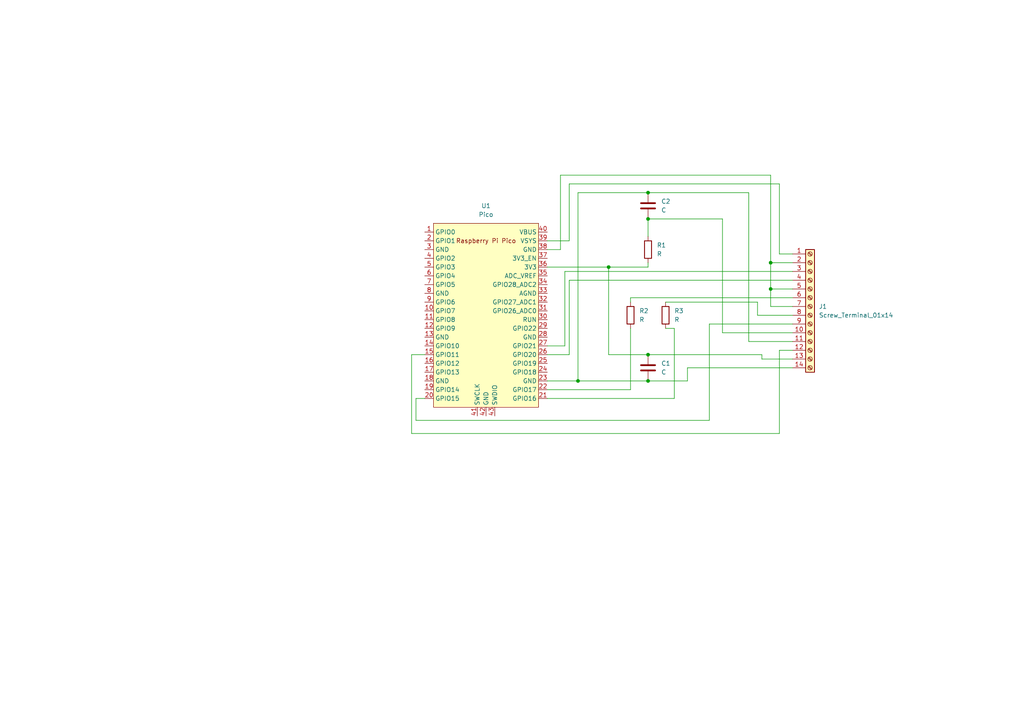
<source format=kicad_sch>
(kicad_sch (version 20230121) (generator eeschema)
  (paper "A4")
  (lib_symbols
    (symbol "Connector:Screw_Terminal_01x14" (pin_names (offset 1.016) hide)
      (property "Reference" "J" (at 0 17.78 0))
      (property "Value" "Screw_Terminal_01x14" (at 0 -20.32 0))
      (symbol "Screw_Terminal_01x14_1_1"
        (rectangle (start -1.27 16.51) (end 1.27 -19.05) (stroke (width 0.254)) (fill (type background)))
        (circle (center 0 -17.78) (radius 0.635) (stroke (width 0.1524)))
        (circle (center 0 -15.24) (radius 0.635) (stroke (width 0.1524)))
        (circle (center 0 -12.7) (radius 0.635) (stroke (width 0.1524)))
        (circle (center 0 -10.16) (radius 0.635) (stroke (width 0.1524)))
        (circle (center 0 -7.62) (radius 0.635) (stroke (width 0.1524)))
        (circle (center 0 -5.08) (radius 0.635) (stroke (width 0.1524)))
        (circle (center 0 -2.54) (radius 0.635) (stroke (width 0.1524)))
        (polyline (pts (xy -0.5334 -17.4498) (xy 0.3302 -18.288)) (stroke (width 0.1524)))
        (polyline (pts (xy -0.5334 -14.9098) (xy 0.3302 -15.748)) (stroke (width 0.1524)))
        (polyline (pts (xy -0.5334 -12.3698) (xy 0.3302 -13.208)) (stroke (width 0.1524)))
        (polyline (pts (xy -0.5334 -9.8298) (xy 0.3302 -10.668)) (stroke (width 0.1524)))
        (polyline (pts (xy -0.5334 -7.2898) (xy 0.3302 -8.128)) (stroke (width 0.1524)))
        (polyline (pts (xy -0.5334 -4.7498) (xy 0.3302 -5.588)) (stroke (width 0.1524)))
        (polyline (pts (xy -0.5334 -2.2098) (xy 0.3302 -3.048)) (stroke (width 0.1524)))
        (polyline (pts (xy -0.5334 0.3302) (xy 0.3302 -0.508)) (stroke (width 0.1524)))
        (polyline (pts (xy -0.5334 2.8702) (xy 0.3302 2.032)) (stroke (width 0.1524)))
        (polyline (pts (xy -0.5334 5.4102) (xy 0.3302 4.572)) (stroke (width 0.1524)))
        (polyline (pts (xy -0.5334 7.9502) (xy 0.3302 7.112)) (stroke (width 0.1524)))
        (polyline (pts (xy -0.5334 10.4902) (xy 0.3302 9.652)) (stroke (width 0.1524)))
        (polyline (pts (xy -0.5334 13.0302) (xy 0.3302 12.192)) (stroke (width 0.1524)))
        (polyline (pts (xy -0.5334 15.5702) (xy 0.3302 14.732)) (stroke (width 0.1524)))
        (polyline (pts (xy -0.3556 -17.272) (xy 0.508 -18.1102)) (stroke (width 0.1524)))
        (polyline (pts (xy -0.3556 -14.732) (xy 0.508 -15.5702)) (stroke (width 0.1524)))
        (polyline (pts (xy -0.3556 -12.192) (xy 0.508 -13.0302)) (stroke (width 0.1524)))
        (polyline (pts (xy -0.3556 -9.652) (xy 0.508 -10.4902)) (stroke (width 0.1524)))
        (polyline (pts (xy -0.3556 -7.112) (xy 0.508 -7.9502)) (stroke (width 0.1524)))
        (polyline (pts (xy -0.3556 -4.572) (xy 0.508 -5.4102)) (stroke (width 0.1524)))
        (polyline (pts (xy -0.3556 -2.032) (xy 0.508 -2.8702)) (stroke (width 0.1524)))
        (polyline (pts (xy -0.3556 0.508) (xy 0.508 -0.3302)) (stroke (width 0.1524)))
        (polyline (pts (xy -0.3556 3.048) (xy 0.508 2.2098)) (stroke (width 0.1524)))
        (polyline (pts (xy -0.3556 5.588) (xy 0.508 4.7498)) (stroke (width 0.1524)))
        (polyline (pts (xy -0.3556 8.128) (xy 0.508 7.2898)) (stroke (width 0.1524)))
        (polyline (pts (xy -0.3556 10.668) (xy 0.508 9.8298)) (stroke (width 0.1524)))
        (polyline (pts (xy -0.3556 13.208) (xy 0.508 12.3698)) (stroke (width 0.1524)))
        (polyline (pts (xy -0.3556 15.748) (xy 0.508 14.9098)) (stroke (width 0.1524)))
        (circle (center 0 0) (radius 0.635) (stroke (width 0.1524)))
        (circle (center 0 2.54) (radius 0.635) (stroke (width 0.1524)))
        (circle (center 0 5.08) (radius 0.635) (stroke (width 0.1524)))
        (circle (center 0 7.62) (radius 0.635) (stroke (width 0.1524)))
        (circle (center 0 10.16) (radius 0.635) (stroke (width 0.1524)))
        (circle (center 0 12.7) (radius 0.635) (stroke (width 0.1524)))
        (circle (center 0 15.24) (radius 0.635) (stroke (width 0.1524)))
        (pin passive line (at -5.08 15.24 0) (length 3.81) (name "Pin_1") (number "1"))
        (pin passive line (at -5.08 -7.62 0) (length 3.81) (name "Pin_10") (number "10"))
        (pin passive line (at -5.08 -10.16 0) (length 3.81) (name "Pin_11") (number "11"))
        (pin passive line (at -5.08 -12.7 0) (length 3.81) (name "Pin_12") (number "12"))
        (pin passive line (at -5.08 -15.24 0) (length 3.81) (name "Pin_13") (number "13"))
        (pin passive line (at -5.08 -17.78 0) (length 3.81) (name "Pin_14") (number "14"))
        (pin passive line (at -5.08 12.7 0) (length 3.81) (name "Pin_2") (number "2"))
        (pin passive line (at -5.08 10.16 0) (length 3.81) (name "Pin_3") (number "3"))
        (pin passive line (at -5.08 7.62 0) (length 3.81) (name "Pin_4") (number "4"))
        (pin passive line (at -5.08 5.08 0) (length 3.81) (name "Pin_5") (number "5"))
        (pin passive line (at -5.08 2.54 0) (length 3.81) (name "Pin_6") (number "6"))
        (pin passive line (at -5.08 0 0) (length 3.81) (name "Pin_7") (number "7"))
        (pin passive line (at -5.08 -2.54 0) (length 3.81) (name "Pin_8") (number "8"))
        (pin passive line (at -5.08 -5.08 0) (length 3.81) (name "Pin_9") (number "9"))
      )
    )
    (symbol "Device:C" (pin_numbers hide) (pin_names (offset 0.254))
      (property "Reference" "C" (at 0.635 2.54 0))
      (property "Value" "C" (at 0.635 -2.54 0))
      (symbol "C_0_1"
        (polyline (pts (xy -2.032 -0.762) (xy 2.032 -0.762)) (stroke (width 0.508)))
        (polyline (pts (xy -2.032 0.762) (xy 2.032 0.762)) (stroke (width 0.508)))
      )
      (symbol "C_1_1"
        (pin passive line (at 0 3.81 270) (length 2.794) (name "~") (number "1"))
        (pin passive line (at 0 -3.81 90) (length 2.794) (name "~") (number "2"))
      )
    )
    (symbol "Device:R" (pin_numbers hide) (pin_names (offset 0))
      (property "Reference" "R" (at 2.032 0 90))
      (property "Value" "R" (at 0 0 90))
      (symbol "R_0_1"
        (rectangle (start -1.016 -2.54) (end 1.016 2.54) (stroke (width 0.254)))
      )
      (symbol "R_1_1"
        (pin passive line (at 0 3.81 270) (length 1.27) (name "~") (number "1"))
        (pin passive line (at 0 -3.81 90) (length 1.27) (name "~") (number "2"))
      )
    )
    (symbol "MCU_RaspberryPi_and_Boards:Pico"
      (property "Reference" "U" (at -13.97 27.94 0))
      (property "Value" "Pico" (at 0 19.05 0))
      (symbol "Pico_0_0"
        (text "Raspberry Pi Pico" (at 0 21.59 0) (effects (font (size 1.27 1.27))))
      )
      (symbol "Pico_0_1"
        (rectangle (start -15.24 26.67) (end 15.24 -26.67) (fill (type background)))
      )
      (symbol "Pico_1_1"
        (pin bidirectional line (at -17.78 24.13 0) (length 2.54) (name "GPIO0") (number "1"))
        (pin bidirectional line (at -17.78 1.27 0) (length 2.54) (name "GPIO7") (number "10"))
        (pin bidirectional line (at -17.78 -1.27 0) (length 2.54) (name "GPIO8") (number "11"))
        (pin bidirectional line (at -17.78 -3.81 0) (length 2.54) (name "GPIO9") (number "12"))
        (pin power_in line (at -17.78 -6.35 0) (length 2.54) (name "GND") (number "13"))
        (pin bidirectional line (at -17.78 -8.89 0) (length 2.54) (name "GPIO10") (number "14"))
        (pin bidirectional line (at -17.78 -11.43 0) (length 2.54) (name "GPIO11") (number "15"))
        (pin bidirectional line (at -17.78 -13.97 0) (length 2.54) (name "GPIO12") (number "16"))
        (pin bidirectional line (at -17.78 -16.51 0) (length 2.54) (name "GPIO13") (number "17"))
        (pin power_in line (at -17.78 -19.05 0) (length 2.54) (name "GND") (number "18"))
        (pin bidirectional line (at -17.78 -21.59 0) (length 2.54) (name "GPIO14") (number "19"))
        (pin bidirectional line (at -17.78 21.59 0) (length 2.54) (name "GPIO1") (number "2"))
        (pin bidirectional line (at -17.78 -24.13 0) (length 2.54) (name "GPIO15") (number "20"))
        (pin bidirectional line (at 17.78 -24.13 180) (length 2.54) (name "GPIO16") (number "21"))
        (pin bidirectional line (at 17.78 -21.59 180) (length 2.54) (name "GPIO17") (number "22"))
        (pin power_in line (at 17.78 -19.05 180) (length 2.54) (name "GND") (number "23"))
        (pin bidirectional line (at 17.78 -16.51 180) (length 2.54) (name "GPIO18") (number "24"))
        (pin bidirectional line (at 17.78 -13.97 180) (length 2.54) (name "GPIO19") (number "25"))
        (pin bidirectional line (at 17.78 -11.43 180) (length 2.54) (name "GPIO20") (number "26"))
        (pin bidirectional line (at 17.78 -8.89 180) (length 2.54) (name "GPIO21") (number "27"))
        (pin power_in line (at 17.78 -6.35 180) (length 2.54) (name "GND") (number "28"))
        (pin bidirectional line (at 17.78 -3.81 180) (length 2.54) (name "GPIO22") (number "29"))
        (pin power_in line (at -17.78 19.05 0) (length 2.54) (name "GND") (number "3"))
        (pin input line (at 17.78 -1.27 180) (length 2.54) (name "RUN") (number "30"))
        (pin bidirectional line (at 17.78 1.27 180) (length 2.54) (name "GPIO26_ADC0") (number "31"))
        (pin bidirectional line (at 17.78 3.81 180) (length 2.54) (name "GPIO27_ADC1") (number "32"))
        (pin power_in line (at 17.78 6.35 180) (length 2.54) (name "AGND") (number "33"))
        (pin bidirectional line (at 17.78 8.89 180) (length 2.54) (name "GPIO28_ADC2") (number "34"))
        (pin power_in line (at 17.78 11.43 180) (length 2.54) (name "ADC_VREF") (number "35"))
        (pin power_in line (at 17.78 13.97 180) (length 2.54) (name "3V3") (number "36"))
        (pin input line (at 17.78 16.51 180) (length 2.54) (name "3V3_EN") (number "37"))
        (pin bidirectional line (at 17.78 19.05 180) (length 2.54) (name "GND") (number "38"))
        (pin power_in line (at 17.78 21.59 180) (length 2.54) (name "VSYS") (number "39"))
        (pin bidirectional line (at -17.78 16.51 0) (length 2.54) (name "GPIO2") (number "4"))
        (pin power_in line (at 17.78 24.13 180) (length 2.54) (name "VBUS") (number "40"))
        (pin input line (at -2.54 -29.21 90) (length 2.54) (name "SWCLK") (number "41"))
        (pin power_in line (at 0 -29.21 90) (length 2.54) (name "GND") (number "42"))
        (pin bidirectional line (at 2.54 -29.21 90) (length 2.54) (name "SWDIO") (number "43"))
        (pin bidirectional line (at -17.78 13.97 0) (length 2.54) (name "GPIO3") (number "5"))
        (pin bidirectional line (at -17.78 11.43 0) (length 2.54) (name "GPIO4") (number "6"))
        (pin bidirectional line (at -17.78 8.89 0) (length 2.54) (name "GPIO5") (number "7"))
        (pin power_in line (at -17.78 6.35 0) (length 2.54) (name "GND") (number "8"))
        (pin bidirectional line (at -17.78 3.81 0) (length 2.54) (name "GPIO6") (number "9"))
      )
    )
  )
  (junction (at 176.53 77.47))
  (junction (at 167.64 110.49))
  (junction (at 187.96 55.88))
  (junction (at 223.52 76.2))
  (junction (at 187.96 110.49))
  (junction (at 187.96 102.87))
  (junction (at 223.52 83.82))
  (junction (at 187.96 63.5))
  (wire (pts (xy 165.1 69.85) (xy 165.1 53.34)))
  (wire (pts (xy 220.98 102.87) (xy 187.96 102.87)))
  (wire (pts (xy 193.04 87.63) (xy 219.71 87.63)))
  (wire (pts (xy 220.98 104.14) (xy 220.98 102.87)))
  (wire (pts (xy 187.96 63.5) (xy 209.55 63.5)))
  (wire (pts (xy 158.75 69.85) (xy 165.1 69.85)))
  (wire (pts (xy 158.75 113.03) (xy 182.88 113.03)))
  (wire (pts (xy 223.52 88.9) (xy 229.87 88.9)))
  (wire (pts (xy 187.96 77.47) (xy 187.96 76.2)))
  (wire (pts (xy 182.88 87.63) (xy 182.88 86.36)))
  (wire (pts (xy 167.64 55.88) (xy 187.96 55.88)))
  (wire (pts (xy 223.52 76.2) (xy 229.87 76.2)))
  (wire (pts (xy 223.52 83.82) (xy 229.87 83.82)))
  (wire (pts (xy 162.56 50.8) (xy 223.52 50.8)))
  (wire (pts (xy 120.65 121.92) (xy 205.74 121.92)))
  (wire (pts (xy 199.39 110.49) (xy 187.96 110.49)))
  (wire (pts (xy 176.53 102.87) (xy 187.96 102.87)))
  (wire (pts (xy 226.06 53.34) (xy 226.06 73.66)))
  (wire (pts (xy 187.96 63.5) (xy 187.96 68.58)))
  (wire (pts (xy 158.75 77.47) (xy 176.53 77.47)))
  (wire (pts (xy 226.06 101.6) (xy 229.87 101.6)))
  (wire (pts (xy 195.58 95.25) (xy 193.04 95.25)))
  (wire (pts (xy 158.75 100.33) (xy 163.83 100.33)))
  (wire (pts (xy 205.74 93.98) (xy 229.87 93.98)))
  (wire (pts (xy 176.53 77.47) (xy 176.53 102.87)))
  (wire (pts (xy 176.53 77.47) (xy 187.96 77.47)))
  (wire (pts (xy 123.19 115.57) (xy 120.65 115.57)))
  (wire (pts (xy 158.75 115.57) (xy 195.58 115.57)))
  (wire (pts (xy 223.52 76.2) (xy 223.52 83.82)))
  (wire (pts (xy 229.87 106.68) (xy 199.39 106.68)))
  (wire (pts (xy 205.74 93.98) (xy 205.74 121.92)))
  (wire (pts (xy 226.06 73.66) (xy 229.87 73.66)))
  (wire (pts (xy 162.56 72.39) (xy 162.56 50.8)))
  (wire (pts (xy 229.87 104.14) (xy 220.98 104.14)))
  (wire (pts (xy 182.88 86.36) (xy 229.87 86.36)))
  (wire (pts (xy 158.75 102.87) (xy 165.1 102.87)))
  (wire (pts (xy 199.39 106.68) (xy 199.39 110.49)))
  (wire (pts (xy 219.71 91.44) (xy 229.87 91.44)))
  (wire (pts (xy 182.88 113.03) (xy 182.88 95.25)))
  (wire (pts (xy 209.55 96.52) (xy 229.87 96.52)))
  (wire (pts (xy 167.64 110.49) (xy 187.96 110.49)))
  (wire (pts (xy 165.1 81.28) (xy 229.87 81.28)))
  (wire (pts (xy 123.19 102.87) (xy 119.38 102.87)))
  (wire (pts (xy 119.38 125.73) (xy 226.06 125.73)))
  (wire (pts (xy 163.83 78.74) (xy 229.87 78.74)))
  (wire (pts (xy 187.96 55.88) (xy 217.17 55.88)))
  (wire (pts (xy 163.83 100.33) (xy 163.83 78.74)))
  (wire (pts (xy 223.52 50.8) (xy 223.52 76.2)))
  (wire (pts (xy 195.58 115.57) (xy 195.58 95.25)))
  (wire (pts (xy 209.55 63.5) (xy 209.55 96.52)))
  (wire (pts (xy 217.17 55.88) (xy 217.17 99.06)))
  (wire (pts (xy 219.71 87.63) (xy 219.71 91.44)))
  (wire (pts (xy 119.38 102.87) (xy 119.38 125.73)))
  (wire (pts (xy 120.65 115.57) (xy 120.65 121.92)))
  (wire (pts (xy 165.1 102.87) (xy 165.1 81.28)))
  (wire (pts (xy 158.75 110.49) (xy 167.64 110.49)))
  (wire (pts (xy 226.06 125.73) (xy 226.06 101.6)))
  (wire (pts (xy 217.17 99.06) (xy 229.87 99.06)))
  (wire (pts (xy 165.1 53.34) (xy 226.06 53.34)))
  (wire (pts (xy 158.75 72.39) (xy 162.56 72.39)))
  (wire (pts (xy 223.52 83.82) (xy 223.52 88.9)))
  (wire (pts (xy 167.64 110.49) (xy 167.64 55.88)))
  (symbol (lib_id "Device:R") (at 193.04 91.44 0) (unit 1)
    (property "Reference" "R3" (at 195.58 90.17 0) (effects (justify left)))
    (property "Value" "R" (at 195.58 92.71 0) (effects (justify left)))
  )
  (symbol (lib_id "Device:R") (at 182.88 91.44 0) (unit 1)
    (property "Reference" "R2" (at 185.42 90.17 0) (effects (justify left)))
    (property "Value" "R" (at 185.42 92.71 0) (effects (justify left)))
  )
  (symbol (lib_id "Device:R") (at 187.96 72.39 0) (unit 1)
    (property "Reference" "R1" (at 190.5 71.12 0) (effects (justify left)))
    (property "Value" "R" (at 190.5 73.66 0) (effects (justify left)))
  )
  (symbol (lib_id "Device:C") (at 187.96 106.68 0) (unit 1)
    (property "Reference" "C1" (at 191.77 105.41 0) (effects (justify left)))
    (property "Value" "C" (at 191.77 107.95 0) (effects (justify left)))
    (property "Footprint" "Capacitor_SMD:C_Elec_3x5.4" (effects hide))
  )
  (symbol (lib_id "MCU_RaspberryPi_and_Boards:Pico") (at 140.97 91.44 0) (unit 1)
    (property "Reference" "U1" (at 140.97 59.69 0))
    (property "Value" "Pico" (at 140.97 62.23 0))
    (property "Footprint" "RPi_Pico:RPi_Pico_SMD_TH" (effects hide))
  )
  (symbol (lib_id "Device:C") (at 187.96 59.69 0) (unit 1)
    (property "Reference" "C2" (at 191.77 58.42 0) (effects (justify left)))
    (property "Value" "C" (at 191.77 60.96 0) (effects (justify left)))
    (property "Footprint" "Capacitor_SMD:C_Elec_3x5.4" (effects hide))
  )
  (symbol (lib_id "Connector:Screw_Terminal_01x14") (at 234.95 88.9 0) (unit 1)
    (property "Reference" "J1" (at 237.49 88.9 0) (effects (justify left)))
    (property "Value" "Screw_Terminal_01x14" (at 237.49 91.44 0) (effects (justify left)))
  )
)
</source>
